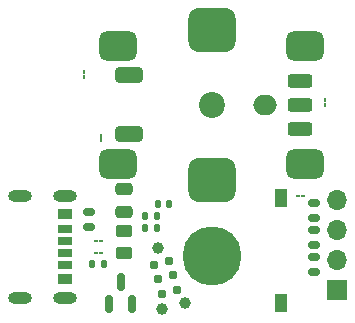
<source format=gbr>
%TF.GenerationSoftware,KiCad,Pcbnew,5.99.0-5f22025611*%
%TF.CreationDate,2021-06-18T16:30:18+00:00*%
%TF.ProjectId,driver,64726976-6572-42e6-9b69-6361645f7063,rev?*%
%TF.SameCoordinates,Original*%
%TF.FileFunction,Soldermask,Top*%
%TF.FilePolarity,Negative*%
%FSLAX46Y46*%
G04 Gerber Fmt 4.6, Leading zero omitted, Abs format (unit mm)*
G04 Created by KiCad (PCBNEW 5.99.0-5f22025611) date 2021-06-18 16:30:18*
%MOMM*%
%LPD*%
G01*
G04 APERTURE LIST*
G04 Aperture macros list*
%AMRoundRect*
0 Rectangle with rounded corners*
0 $1 Rounding radius*
0 $2 $3 $4 $5 $6 $7 $8 $9 X,Y pos of 4 corners*
0 Add a 4 corners polygon primitive as box body*
4,1,4,$2,$3,$4,$5,$6,$7,$8,$9,$2,$3,0*
0 Add four circle primitives for the rounded corners*
1,1,$1+$1,$2,$3*
1,1,$1+$1,$4,$5*
1,1,$1+$1,$6,$7*
1,1,$1+$1,$8,$9*
0 Add four rect primitives between the rounded corners*
20,1,$1+$1,$2,$3,$4,$5,0*
20,1,$1+$1,$4,$5,$6,$7,0*
20,1,$1+$1,$6,$7,$8,$9,0*
20,1,$1+$1,$8,$9,$2,$3,0*%
G04 Aperture macros list end*
%ADD10RoundRect,0.150000X0.150000X-0.587500X0.150000X0.587500X-0.150000X0.587500X-0.150000X-0.587500X0*%
%ADD11RoundRect,0.062500X0.072500X0.062500X-0.072500X0.062500X-0.072500X-0.062500X0.072500X-0.062500X0*%
%ADD12RoundRect,0.062500X-0.062500X0.072500X-0.062500X-0.072500X0.062500X-0.072500X0.062500X0.072500X0*%
%ADD13RoundRect,0.062500X0.062500X-0.072500X0.062500X0.072500X-0.062500X0.072500X-0.062500X-0.072500X0*%
%ADD14RoundRect,0.135000X0.135000X0.185000X-0.135000X0.185000X-0.135000X-0.185000X0.135000X-0.185000X0*%
%ADD15RoundRect,0.250000X0.475000X-0.250000X0.475000X0.250000X-0.475000X0.250000X-0.475000X-0.250000X0*%
%ADD16RoundRect,0.156250X0.343750X-0.156250X0.343750X0.156250X-0.343750X0.156250X-0.343750X-0.156250X0*%
%ADD17RoundRect,0.135000X-0.135000X-0.185000X0.135000X-0.185000X0.135000X0.185000X-0.135000X0.185000X0*%
%ADD18R,1.700000X1.700000*%
%ADD19O,1.700000X1.700000*%
%ADD20R,1.100000X1.500000*%
%ADD21R,1.150000X0.700000*%
%ADD22R,1.150000X0.800000*%
%ADD23R,1.150000X0.900000*%
%ADD24O,2.000000X1.000000*%
%ADD25RoundRect,0.140000X-0.140000X-0.170000X0.140000X-0.170000X0.140000X0.170000X-0.140000X0.170000X0*%
%ADD26C,0.990600*%
%ADD27C,0.787400*%
%ADD28RoundRect,0.156250X-0.343750X0.156250X-0.343750X-0.156250X0.343750X-0.156250X0.343750X0.156250X0*%
%ADD29C,5.000000*%
%ADD30RoundRect,0.250000X-0.450000X0.262500X-0.450000X-0.262500X0.450000X-0.262500X0.450000X0.262500X0*%
%ADD31O,2.000000X1.700000*%
%ADD32C,2.200000*%
%ADD33RoundRect,0.300000X0.750000X-0.300000X0.750000X0.300000X-0.750000X0.300000X-0.750000X-0.300000X0*%
%ADD34RoundRect,0.325000X0.875000X-0.325000X0.875000X0.325000X-0.875000X0.325000X-0.875000X-0.325000X0*%
%ADD35RoundRect,0.937500X1.062500X-0.937500X1.062500X0.937500X-1.062500X0.937500X-1.062500X-0.937500X0*%
%ADD36RoundRect,0.625000X0.975000X-0.625000X0.975000X0.625000X-0.975000X0.625000X-0.975000X-0.625000X0*%
G04 APERTURE END LIST*
D10*
%TO.C,D111*%
X71350000Y-80087500D03*
X73250000Y-80087500D03*
X72300000Y-78212500D03*
%TD*%
D11*
%TO.C,D112*%
X87710000Y-70900000D03*
X87290000Y-70900000D03*
%TD*%
%TO.C,D102*%
X70610000Y-75700000D03*
X70190000Y-75700000D03*
%TD*%
D12*
%TO.C,D110*%
X89600000Y-62790000D03*
X89600000Y-63210000D03*
%TD*%
D13*
%TO.C,D109*%
X70650000Y-66210000D03*
X70650000Y-65790000D03*
%TD*%
D14*
%TO.C,D104*%
X75410000Y-72600000D03*
X74390000Y-72600000D03*
%TD*%
D15*
%TO.C,C102*%
X72600000Y-72250000D03*
X72600000Y-70350000D03*
%TD*%
D16*
%TO.C,D106*%
X88700000Y-75025000D03*
X88700000Y-73775000D03*
%TD*%
D17*
%TO.C,R103*%
X74390000Y-73600000D03*
X75410000Y-73600000D03*
%TD*%
D18*
%TO.C,J102*%
X90600000Y-78900000D03*
D19*
X90600000Y-76360000D03*
X90600000Y-73820000D03*
X90600000Y-71280000D03*
%TD*%
D20*
%TO.C,SW101*%
X85900000Y-79960000D03*
X85900000Y-71059998D03*
%TD*%
D21*
%TO.C,J101*%
X67605000Y-74700000D03*
D22*
X67605000Y-76720000D03*
D23*
X67605000Y-77950000D03*
D21*
X67605000Y-75700000D03*
D22*
X67605000Y-73680000D03*
D23*
X67605000Y-72450000D03*
D24*
X67600000Y-70880000D03*
X67600000Y-79520000D03*
X63800000Y-70880000D03*
X63800000Y-79520000D03*
%TD*%
D25*
%TO.C,C103*%
X75420000Y-71600000D03*
X76380000Y-71600000D03*
%TD*%
D26*
%TO.C,J103*%
X75776020Y-80516412D03*
X77738781Y-79990491D03*
X75442600Y-75346548D03*
D27*
X75157937Y-76737624D03*
X76384663Y-76408924D03*
X75486637Y-77964350D03*
X76713363Y-77635650D03*
X75815337Y-79191076D03*
X77042063Y-78862376D03*
%TD*%
D28*
%TO.C,D107*%
X88700000Y-71500000D03*
X88700000Y-72750000D03*
%TD*%
D11*
%TO.C,D103*%
X70610000Y-74700000D03*
X70190000Y-74700000D03*
%TD*%
D29*
%TO.C,H101*%
X80000000Y-76000000D03*
%TD*%
D17*
%TO.C,R107*%
X69840000Y-76650000D03*
X70860000Y-76650000D03*
%TD*%
D30*
%TO.C,F101*%
X72550000Y-73887500D03*
X72550000Y-75712500D03*
%TD*%
D28*
%TO.C,D105*%
X88700000Y-76075000D03*
X88700000Y-77325000D03*
%TD*%
D31*
%TO.C,RV101*%
X84500000Y-63200000D03*
D32*
X80000000Y-63200000D03*
D33*
X87450000Y-65200000D03*
X87450000Y-63200000D03*
X87450000Y-61200000D03*
D34*
X73000000Y-65700000D03*
X73000000Y-60700000D03*
D35*
X80000000Y-56825000D03*
D36*
X87900000Y-68200000D03*
D35*
X80000000Y-69575000D03*
D36*
X87900000Y-58200000D03*
X72100000Y-68200000D03*
X72100000Y-58200000D03*
%TD*%
D16*
%TO.C,D101*%
X69600000Y-73525000D03*
X69600000Y-72275000D03*
%TD*%
D12*
%TO.C,D108*%
X69200000Y-60390000D03*
X69200000Y-60810000D03*
%TD*%
M02*

</source>
